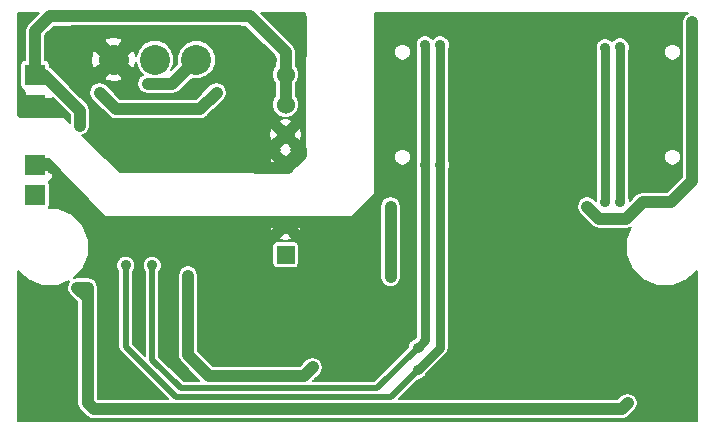
<source format=gbr>
G04 #@! TF.FileFunction,Copper,L2,Bot,Signal*
%FSLAX46Y46*%
G04 Gerber Fmt 4.6, Leading zero omitted, Abs format (unit mm)*
G04 Created by KiCad (PCBNEW 4.1.0-alpha+201607160317+6981~46~ubuntu14.04.1-product) date Mon Jul 18 13:22:33 2016*
%MOMM*%
%LPD*%
G01*
G04 APERTURE LIST*
%ADD10C,0.100000*%
%ADD11R,1.778000X1.778000*%
%ADD12C,2.540000*%
%ADD13C,1.524000*%
%ADD14R,1.524000X1.524000*%
%ADD15C,0.900000*%
%ADD16C,1.016000*%
%ADD17C,0.762000*%
%ADD18C,0.508000*%
%ADD19C,1.524000*%
%ADD20C,0.254000*%
%ADD21C,0.203200*%
G04 APERTURE END LIST*
D10*
D11*
X128905000Y-104775000D03*
X128905000Y-99695000D03*
X128905000Y-97155000D03*
X128905000Y-107315000D03*
D12*
X139065000Y-95885000D03*
X135565000Y-95885000D03*
X142565000Y-95885000D03*
D13*
X150114000Y-99695000D03*
X150114000Y-97155000D03*
X150114000Y-102235000D03*
X150114000Y-104775000D03*
D14*
X150114000Y-112395000D03*
D13*
X150114000Y-109855000D03*
D15*
X184531000Y-92710000D03*
X184531000Y-93599000D03*
X159004004Y-108331000D03*
X184531000Y-106172000D03*
X175640996Y-108331000D03*
X159004000Y-114300000D03*
X132461008Y-115189000D03*
X178435000Y-94809322D03*
X178435000Y-107950000D03*
X179070000Y-124968004D03*
X133350000Y-124968000D03*
X133350000Y-123825006D03*
X133350000Y-122682002D03*
X151892014Y-109601000D03*
X156210000Y-111125000D03*
X157480000Y-112395000D03*
X157480000Y-111125000D03*
X157480000Y-109855000D03*
X160020000Y-99695000D03*
X138430000Y-123825000D03*
X135890000Y-123825000D03*
X135890000Y-122682000D03*
X175895000Y-113665000D03*
X175895000Y-112395000D03*
X175895000Y-111125000D03*
X161290000Y-123825000D03*
X163830000Y-123825000D03*
X166370000Y-123825000D03*
X168910000Y-123825000D03*
X171450000Y-123825000D03*
X173990000Y-123825000D03*
X176530000Y-123825000D03*
X176530000Y-121920000D03*
X181610000Y-125730000D03*
X182880000Y-125730000D03*
X184150000Y-125730000D03*
X181610000Y-118110000D03*
X182880000Y-120015000D03*
X182880000Y-116205000D03*
X184150000Y-118110000D03*
X182880000Y-118110000D03*
X184150000Y-120015000D03*
X184150000Y-116205000D03*
X181610000Y-116205000D03*
X181610000Y-120015000D03*
X166370000Y-120015000D03*
X168910000Y-120015000D03*
X171450000Y-120015000D03*
X173990000Y-120015000D03*
X176530000Y-120015000D03*
X166370000Y-116205000D03*
X168910000Y-116261310D03*
X176530000Y-116205000D03*
X173990000Y-116205000D03*
X171450000Y-116205000D03*
X179705000Y-99695000D03*
X175895000Y-95250000D03*
X173990000Y-95250000D03*
X172085000Y-95250000D03*
X170180000Y-95250000D03*
X168275000Y-95250000D03*
X166370000Y-95250000D03*
X164465000Y-95250000D03*
X175895000Y-99695000D03*
X173990000Y-99695000D03*
X172085000Y-99695000D03*
X170180000Y-99695000D03*
X168275000Y-99695000D03*
X164465000Y-99695000D03*
X166370000Y-99695000D03*
X158115000Y-106045000D03*
X158115000Y-104775000D03*
X158115000Y-103505000D03*
X158115000Y-102235000D03*
X158115000Y-100965000D03*
X158115000Y-99695000D03*
X158115000Y-98425000D03*
X158115000Y-97155000D03*
X158115000Y-95885000D03*
X158115000Y-92710000D03*
X158115000Y-93725998D03*
X158115000Y-94869000D03*
X153670000Y-109601000D03*
X154940000Y-109601000D03*
X156083000Y-109601000D03*
X156845000Y-108839000D03*
X157480000Y-108077000D03*
X158115000Y-107315000D03*
X181610000Y-104140000D03*
X179705000Y-104140000D03*
X175895000Y-104140000D03*
X173990000Y-104140000D03*
X170180000Y-104140000D03*
X166370000Y-104140000D03*
X164465000Y-104140000D03*
X168275000Y-104140000D03*
X172085000Y-104140000D03*
X130302000Y-105156006D03*
X135255000Y-109601000D03*
X131191000Y-106045000D03*
X132080000Y-106934000D03*
X133096000Y-107950000D03*
X133985000Y-108839000D03*
X136525000Y-109601000D03*
X137795000Y-109601000D03*
X139065000Y-109601000D03*
X140335000Y-109601000D03*
X141605000Y-109601000D03*
X142875000Y-109601000D03*
X144145000Y-109601000D03*
X145415000Y-109601000D03*
X146685000Y-109601000D03*
X147955000Y-109601000D03*
X130175000Y-126111000D03*
X130175000Y-125095000D03*
X128270000Y-126111000D03*
X128270000Y-125095000D03*
X130175000Y-121285000D03*
X130175000Y-120015000D03*
X130175000Y-118745000D03*
X130175000Y-117475000D03*
X130175000Y-116205000D03*
X128270000Y-121285000D03*
X128270000Y-120015000D03*
X128270000Y-118745000D03*
X128270000Y-117475000D03*
X128270000Y-116205000D03*
X168275000Y-109855000D03*
X170180000Y-113665000D03*
X170180000Y-112395000D03*
X170180000Y-111125000D03*
X168275000Y-113665000D03*
X168275000Y-112395000D03*
X168275000Y-111125000D03*
X164465000Y-113665000D03*
X164465000Y-112395000D03*
X164465000Y-111125000D03*
X166370000Y-113665000D03*
X166370000Y-112395000D03*
X166370000Y-111125000D03*
X174625000Y-109855000D03*
X173355000Y-109855000D03*
X164465000Y-109855000D03*
X166370000Y-109855000D03*
X170180000Y-109855000D03*
X153670000Y-115569998D03*
X153670000Y-113792000D03*
X171831000Y-109855000D03*
X138430000Y-97917000D03*
X141859000Y-114173000D03*
X152400000Y-121943684D03*
X177165006Y-94869000D03*
X177165000Y-107950000D03*
X143636994Y-122682000D03*
X136581332Y-113284000D03*
X163195000Y-104775000D03*
X163195000Y-94615000D03*
X161290000Y-122174000D03*
X138811000Y-113284000D03*
X161925000Y-104775006D03*
X161925000Y-94615000D03*
X161290000Y-120269006D03*
X143199674Y-102870000D03*
X151384016Y-103505000D03*
X151384000Y-100964994D03*
X150368000Y-92329000D03*
X150368000Y-93599000D03*
X151384006Y-92329000D03*
X151384000Y-93599000D03*
X151384003Y-95503997D03*
X151384000Y-98298000D03*
X148717000Y-105029000D03*
X147574000Y-105029000D03*
X148844000Y-95885000D03*
X146939000Y-97282000D03*
X143213108Y-101845419D03*
X130454400Y-95910400D03*
X130454400Y-95097600D03*
X149098000Y-92329004D03*
X136271000Y-105029000D03*
X140843000Y-93472000D03*
X134365992Y-98679000D03*
X144272000Y-98679000D03*
X132715000Y-101473000D03*
D16*
X184531000Y-92710000D02*
X184531000Y-93599000D01*
X184531000Y-93726000D02*
X184531000Y-93599000D01*
X184531000Y-106172000D02*
X184531000Y-104013000D01*
X184531000Y-104013000D02*
X184531000Y-93726000D01*
X159004000Y-108331004D02*
X159004004Y-108331000D01*
X159004000Y-114300000D02*
X159004000Y-108331004D01*
X184531000Y-106172000D02*
X182753000Y-107950000D01*
X182753000Y-107950000D02*
X180340000Y-107950000D01*
X178943000Y-109347000D02*
X176656996Y-109347000D01*
X176090995Y-108780999D02*
X175640996Y-108331000D01*
X180340000Y-107950000D02*
X178943000Y-109347000D01*
X176656996Y-109347000D02*
X176090995Y-108780999D01*
X133350000Y-122682002D02*
X133350000Y-116078000D01*
X133350000Y-116078000D02*
X133350000Y-115189000D01*
X132461008Y-115189000D02*
X133350000Y-116077992D01*
X133350000Y-116077992D02*
X133350000Y-116078000D01*
X133350000Y-115189000D02*
X132461008Y-115189000D01*
X133350000Y-115316000D02*
X133350000Y-115189000D01*
D17*
X178435000Y-107950000D02*
X178435000Y-94809322D01*
D16*
X178562004Y-125476000D02*
X179070000Y-124968004D01*
X133858000Y-125476000D02*
X178562004Y-125476000D01*
X133350000Y-124968000D02*
X133858000Y-125476000D01*
X133350000Y-124968000D02*
X133350000Y-123825000D01*
X133350000Y-122682002D02*
X133350000Y-123825000D01*
X133350000Y-123825000D02*
X133350000Y-123825006D01*
X147955000Y-109601000D02*
X149478996Y-109601000D01*
X149478996Y-109601000D02*
X151892014Y-109601000D01*
X150114000Y-109855000D02*
X150368000Y-109601000D01*
X150368000Y-109601000D02*
X151892014Y-109601000D01*
D18*
X135440001Y-110685999D02*
X135440001Y-122232001D01*
X135440001Y-122232001D02*
X135890000Y-122682000D01*
X136525000Y-109601000D02*
X135440001Y-110685999D01*
X150114000Y-109855000D02*
X153670000Y-109855000D01*
X153670000Y-109855000D02*
X153670000Y-113155604D01*
X153670000Y-113155604D02*
X153670000Y-113792000D01*
X135890000Y-123825000D02*
X138430000Y-123825000D01*
D16*
X163830000Y-123825000D02*
X161290000Y-123825000D01*
X166370000Y-123825000D02*
X163830000Y-123825000D01*
X168910000Y-123825000D02*
X166370000Y-123825000D01*
X171450000Y-123825000D02*
X168910000Y-123825000D01*
X173990000Y-123825000D02*
X171450000Y-123825000D01*
X176530000Y-123825000D02*
X173990000Y-123825000D01*
X182880000Y-125730000D02*
X181610000Y-125730000D01*
X184150000Y-125730000D02*
X182880000Y-125730000D01*
X184150000Y-120015000D02*
X184150000Y-125730000D01*
X182880000Y-118110000D02*
X181610000Y-118110000D01*
X181610000Y-120015000D02*
X182880000Y-120015000D01*
X182880000Y-120015000D02*
X184150000Y-120015000D01*
X182880000Y-118110000D02*
X182880000Y-120015000D01*
X181610000Y-116205000D02*
X182880000Y-116205000D01*
X182880000Y-116205000D02*
X184150000Y-116205000D01*
X182880000Y-118110000D02*
X182880000Y-116205000D01*
X182880000Y-117475000D02*
X182880000Y-118110000D01*
X184150000Y-116205000D02*
X182880000Y-117475000D01*
X176530000Y-116205000D02*
X181610000Y-116205000D01*
X176530000Y-120015000D02*
X181610000Y-120015000D01*
X168910000Y-120015000D02*
X166370000Y-120015000D01*
X171450000Y-120015000D02*
X168910000Y-120015000D01*
X173990000Y-120015000D02*
X171450000Y-120015000D01*
X176530000Y-120015000D02*
X173990000Y-120015000D01*
X176530000Y-116205000D02*
X176530000Y-120015000D01*
X168910000Y-116261310D02*
X166426310Y-116261310D01*
X166426310Y-116261310D02*
X166370000Y-116205000D01*
X171450000Y-116205000D02*
X168966310Y-116205000D01*
X168966310Y-116205000D02*
X168910000Y-116261310D01*
X173990000Y-116205000D02*
X176530000Y-116205000D01*
X171450000Y-116205000D02*
X173990000Y-116205000D01*
X171450000Y-114935000D02*
X171450000Y-116205000D01*
X170180000Y-113665000D02*
X171450000Y-114935000D01*
X179705000Y-104140000D02*
X179705000Y-99695000D01*
X173990000Y-95250000D02*
X175895000Y-95250000D01*
X172085000Y-95250000D02*
X173990000Y-95250000D01*
X170180000Y-95250000D02*
X172085000Y-95250000D01*
X168275000Y-95250000D02*
X170180000Y-95250000D01*
X166370000Y-95250000D02*
X168275000Y-95250000D01*
X164465000Y-95250000D02*
X166370000Y-95250000D01*
X164465000Y-99695000D02*
X164465000Y-95250000D01*
X173990000Y-99695000D02*
X175895000Y-99695000D01*
X172085000Y-99695000D02*
X173990000Y-99695000D01*
X170180000Y-99695000D02*
X172085000Y-99695000D01*
X168275000Y-99695000D02*
X170180000Y-99695000D01*
X166370000Y-99695000D02*
X168275000Y-99695000D01*
X166370000Y-99695000D02*
X164465000Y-99695000D01*
X166370000Y-104140000D02*
X166370000Y-99695000D01*
X150368000Y-109601000D02*
X153670000Y-109601000D01*
X153670000Y-109601000D02*
X154940000Y-109601000D01*
X154940000Y-109601000D02*
X156083000Y-109601000D01*
X164465000Y-104140000D02*
X166370000Y-104140000D01*
X171831000Y-104394000D02*
X172085000Y-104140000D01*
X171831000Y-109855000D02*
X171831000Y-104394000D01*
D17*
X130175000Y-120015000D02*
X130175000Y-121285000D01*
X128270000Y-120015000D02*
X128270000Y-121285000D01*
X128270000Y-118745000D02*
X128270000Y-120015000D01*
X128270000Y-117475000D02*
X128270000Y-118745000D01*
X128270000Y-116205000D02*
X128270000Y-117475000D01*
D19*
X170180000Y-112395000D02*
X170180000Y-113665000D01*
X170180000Y-109855000D02*
X170180000Y-111125000D01*
X166370000Y-111125000D02*
X166370000Y-112395000D01*
X173355000Y-109855000D02*
X174625000Y-109855000D01*
D16*
X140533000Y-97917000D02*
X139066396Y-97917000D01*
X142565000Y-95885000D02*
X140533000Y-97917000D01*
X139066396Y-97917000D02*
X138430000Y-97917000D01*
X143636994Y-122682000D02*
X143636994Y-122681994D01*
X143636994Y-122681994D02*
X141859000Y-120904000D01*
X141859000Y-120904000D02*
X141859000Y-114173000D01*
X151661684Y-122682000D02*
X151950001Y-122393683D01*
X151950001Y-122393683D02*
X152400000Y-121943684D01*
X143636994Y-122682000D02*
X151661684Y-122682000D01*
D17*
X177165000Y-94869006D02*
X177165006Y-94869000D01*
X177165000Y-107950000D02*
X177165000Y-94869006D01*
D18*
X136581332Y-120198332D02*
X136581332Y-113920396D01*
X136581332Y-113920396D02*
X136581332Y-113284000D01*
X159004000Y-124460000D02*
X140843000Y-124460000D01*
X161290000Y-122174000D02*
X159004000Y-124460000D01*
X140843000Y-124460000D02*
X136581332Y-120198332D01*
D17*
X163195000Y-105411396D02*
X163195000Y-104775000D01*
X163195000Y-120269000D02*
X163195000Y-105411396D01*
X161290000Y-122174000D02*
X163195000Y-120269000D01*
X163195000Y-103503604D02*
X163195000Y-104775000D01*
X163195000Y-94615000D02*
X163195000Y-104775000D01*
D18*
X138811000Y-113920396D02*
X138811000Y-113284000D01*
X138811000Y-121285000D02*
X138811000Y-113920396D01*
X141224000Y-123698000D02*
X138811000Y-121285000D01*
X157861006Y-123698000D02*
X141224000Y-123698000D01*
X161290000Y-120269006D02*
X157861006Y-123698000D01*
D17*
X161925000Y-105411402D02*
X161925000Y-104775006D01*
X161925000Y-119634006D02*
X161925000Y-105411402D01*
X161925000Y-94615000D02*
X161925000Y-104775006D01*
X161290000Y-120269006D02*
X161925000Y-119634006D01*
X161925000Y-119634000D02*
X161925000Y-104775006D01*
D16*
X137978000Y-93472000D02*
X135565000Y-95885000D01*
X130454400Y-95910400D02*
X130454400Y-95097600D01*
X135565000Y-95885000D02*
X134295000Y-97155000D01*
X134295000Y-97155000D02*
X131699000Y-97155000D01*
X131699000Y-97155000D02*
X130454400Y-95910400D01*
D18*
X150114000Y-104775000D02*
X150114000Y-105283000D01*
X150114000Y-105283000D02*
X150368000Y-105283000D01*
X150368000Y-105283000D02*
X151003000Y-104648000D01*
X151384016Y-103505000D02*
X151638000Y-103758984D01*
X151638000Y-103758984D02*
X151638000Y-104013000D01*
X151638000Y-104013000D02*
X150876000Y-104775000D01*
D17*
X151384000Y-103505000D02*
X151384016Y-103505000D01*
D16*
X150368000Y-93599000D02*
X151384003Y-94615003D01*
X151384003Y-94615003D02*
X151384003Y-95503997D01*
X150368000Y-93599000D02*
X150367996Y-93599000D01*
X150367996Y-93599000D02*
X149098000Y-92329004D01*
X150368000Y-93599000D02*
X150368000Y-92329000D01*
X151384000Y-93599000D02*
X150368000Y-93599000D01*
X151384000Y-93599000D02*
X151384000Y-95503994D01*
X151384000Y-95503994D02*
X151384003Y-95503997D01*
X151384006Y-92329000D02*
X151384006Y-93598994D01*
X151384006Y-93598994D02*
X151384000Y-93599000D01*
X151004396Y-92329000D02*
X150368000Y-92329000D01*
X151383998Y-92329000D02*
X151004396Y-92329000D01*
X151384000Y-92329002D02*
X151383998Y-92329000D01*
X149731604Y-92329000D02*
X150368000Y-92329000D01*
X149098004Y-92329000D02*
X149731604Y-92329000D01*
D18*
X151384004Y-92329002D02*
X151384006Y-92329000D01*
X151384000Y-92329002D02*
X151384004Y-92329002D01*
X151384000Y-93599000D02*
X151384000Y-92329002D01*
X151384003Y-93599003D02*
X151384000Y-93599000D01*
X151384003Y-95503997D02*
X151384003Y-93599003D01*
D16*
X150114000Y-104775000D02*
X151384000Y-103505000D01*
D17*
X150114000Y-102235000D02*
X151384000Y-103505000D01*
D16*
X147574000Y-97155000D02*
X147574000Y-103632000D01*
X147574000Y-103632000D02*
X147574000Y-104392604D01*
X148717000Y-105029000D02*
X147574000Y-103886000D01*
X147574000Y-103886000D02*
X147574000Y-103632000D01*
X146939000Y-97282000D02*
X146939000Y-104394000D01*
X146939000Y-104394000D02*
X147574000Y-105029000D01*
X146177000Y-93472000D02*
X146939000Y-94234000D01*
X146939000Y-94234000D02*
X147574000Y-94869000D01*
X146939000Y-96645604D02*
X146939000Y-94234000D01*
X146939000Y-97282000D02*
X146939000Y-96645604D01*
X148844000Y-95885000D02*
X147574000Y-97155000D01*
X147574000Y-95885000D02*
X148336000Y-95885000D01*
X148336000Y-95885000D02*
X148844000Y-95885000D01*
X147574000Y-94869000D02*
X148336000Y-95631000D01*
X148336000Y-95631000D02*
X148336000Y-95885000D01*
X147574000Y-95885000D02*
X147574000Y-97155000D01*
X147574000Y-94869000D02*
X147574000Y-95885000D01*
X147574000Y-97155000D02*
X147447000Y-97282000D01*
X147447000Y-97282000D02*
X146939000Y-97282000D01*
X148717000Y-105029000D02*
X149860000Y-105029000D01*
X140843000Y-93472000D02*
X146177000Y-93472000D01*
X147574000Y-104392604D02*
X147574000Y-105029000D01*
X149860000Y-105029000D02*
X147574000Y-105029000D01*
X130949677Y-94673001D02*
X130499678Y-95123000D01*
X132150680Y-93472000D02*
X130949677Y-94673001D01*
X137978000Y-93472000D02*
X132150680Y-93472000D01*
D18*
X149098004Y-92329000D02*
X149098000Y-92329004D01*
D16*
X150114000Y-104775000D02*
X149860000Y-105029000D01*
D18*
X128905000Y-99695000D02*
X129540000Y-100330000D01*
X129540000Y-100330000D02*
X131318000Y-100330000D01*
X131318000Y-100330000D02*
X131318000Y-100584000D01*
X127889000Y-100076000D02*
X127889000Y-100584000D01*
X127889000Y-100584000D02*
X127889000Y-100457000D01*
X127889000Y-100457000D02*
X127889000Y-100584000D01*
X127889000Y-98679000D02*
X127889000Y-100076000D01*
X127635000Y-98425000D02*
X127889000Y-98679000D01*
X128905000Y-100584000D02*
X127889000Y-100584000D01*
X127889000Y-100584000D02*
X127635000Y-100584000D01*
X127635000Y-100584000D02*
X127635000Y-98425000D01*
X128905000Y-99695000D02*
X128905000Y-100584000D01*
D20*
X127635000Y-98425000D02*
X127508000Y-98298000D01*
D18*
X128905000Y-99695000D02*
X128905000Y-100584000D01*
X128905000Y-100584000D02*
X131318000Y-100584000D01*
X131318000Y-100584000D02*
X131572000Y-100584000D01*
D20*
X127508000Y-98298000D02*
X127508000Y-94996000D01*
X127508000Y-94996000D02*
X127889000Y-94615000D01*
X127889000Y-94615000D02*
X127889000Y-93091000D01*
D16*
X140843000Y-93472000D02*
X137978000Y-93472000D01*
D18*
X140843000Y-93472000D02*
X140843000Y-93472000D01*
D16*
X144272000Y-98679000D02*
X142875000Y-100076000D01*
X134366000Y-98679000D02*
X134365992Y-98679000D01*
X142875000Y-100076000D02*
X135763000Y-100076000D01*
X135763000Y-100076000D02*
X134366000Y-98679000D01*
X150114000Y-97155000D02*
X150114000Y-95248498D01*
X150114000Y-95248498D02*
X147080191Y-92214689D01*
X147080191Y-92214689D02*
X130162311Y-92214689D01*
X130162311Y-92214689D02*
X128905000Y-93472000D01*
X128905000Y-93472000D02*
X128905000Y-97155000D01*
X128905000Y-97155000D02*
X129667004Y-97155000D01*
X129667004Y-97155000D02*
X132715000Y-100202996D01*
X132715000Y-100202996D02*
X132715000Y-101473000D01*
X150114000Y-97155000D02*
X150114000Y-99695000D01*
D21*
G36*
X183920343Y-92099343D02*
X183733138Y-92379515D01*
X183667400Y-92710000D01*
X183667400Y-105814285D01*
X182395286Y-107086400D01*
X180340000Y-107086400D01*
X180064345Y-107141231D01*
X180009514Y-107152138D01*
X179729342Y-107339343D01*
X179240707Y-107827978D01*
X179240740Y-107790459D01*
X179171600Y-107623128D01*
X179171600Y-104279737D01*
X182174277Y-104279737D01*
X182281472Y-104539168D01*
X182479788Y-104737830D01*
X182739032Y-104845478D01*
X183019737Y-104845723D01*
X183279168Y-104738528D01*
X183477830Y-104540212D01*
X183585478Y-104280968D01*
X183585723Y-104000263D01*
X183478528Y-103740832D01*
X183280212Y-103542170D01*
X183020968Y-103434522D01*
X182740263Y-103434277D01*
X182480832Y-103541472D01*
X182282170Y-103739788D01*
X182174522Y-103999032D01*
X182174277Y-104279737D01*
X179171600Y-104279737D01*
X179171600Y-95389737D01*
X182174277Y-95389737D01*
X182281472Y-95649168D01*
X182479788Y-95847830D01*
X182739032Y-95955478D01*
X183019737Y-95955723D01*
X183279168Y-95848528D01*
X183477830Y-95650212D01*
X183585478Y-95390968D01*
X183585723Y-95110263D01*
X183478528Y-94850832D01*
X183280212Y-94652170D01*
X183020968Y-94544522D01*
X182740263Y-94544277D01*
X182480832Y-94651472D01*
X182282170Y-94849788D01*
X182174522Y-95109032D01*
X182174277Y-95389737D01*
X179171600Y-95389737D01*
X179171600Y-95136103D01*
X179240460Y-94970269D01*
X179240740Y-94649781D01*
X179118353Y-94353582D01*
X178891932Y-94126765D01*
X178595947Y-94003862D01*
X178275459Y-94003582D01*
X177979260Y-94125969D01*
X177770050Y-94334814D01*
X177621938Y-94186443D01*
X177325953Y-94063540D01*
X177005465Y-94063260D01*
X176709266Y-94185647D01*
X176482449Y-94412068D01*
X176359546Y-94708053D01*
X176359266Y-95028541D01*
X176428400Y-95195858D01*
X176428400Y-107623219D01*
X176359540Y-107789053D01*
X176359506Y-107828196D01*
X176251653Y-107720343D01*
X175971481Y-107533138D01*
X175640996Y-107467401D01*
X175310511Y-107533138D01*
X175030339Y-107720343D01*
X174843134Y-108000515D01*
X174777397Y-108331000D01*
X174843134Y-108661485D01*
X175030339Y-108941657D01*
X175480338Y-109391657D01*
X175480341Y-109391659D01*
X176046338Y-109957657D01*
X176326510Y-110144862D01*
X176381341Y-110155769D01*
X176656996Y-110210600D01*
X178943000Y-110210600D01*
X179273485Y-110144862D01*
X179366572Y-110082663D01*
X178943975Y-111100390D01*
X178942828Y-112413848D01*
X179444408Y-113627763D01*
X180372352Y-114557328D01*
X181585390Y-115061025D01*
X182898848Y-115062172D01*
X184112763Y-114560592D01*
X184937400Y-113737393D01*
X184937400Y-126517400D01*
X127482600Y-126517400D01*
X127482600Y-113736144D01*
X128302352Y-114557328D01*
X129515390Y-115061025D01*
X130828848Y-115062172D01*
X131793353Y-114663646D01*
X131663146Y-114858515D01*
X131597408Y-115189000D01*
X131629143Y-115348541D01*
X131663146Y-115519485D01*
X131850351Y-115799657D01*
X132486400Y-116435707D01*
X132486400Y-124968000D01*
X132552138Y-125298485D01*
X132739343Y-125578657D01*
X133247342Y-126086657D01*
X133434547Y-126211743D01*
X133527515Y-126273862D01*
X133858000Y-126339600D01*
X178562004Y-126339600D01*
X178892489Y-126273862D01*
X179172661Y-126086657D01*
X179680658Y-125578661D01*
X179867862Y-125298489D01*
X179933600Y-124968004D01*
X179867862Y-124637518D01*
X179680658Y-124357346D01*
X179400486Y-124170142D01*
X179070000Y-124104404D01*
X178739515Y-124170142D01*
X178459343Y-124357346D01*
X178204290Y-124612400D01*
X159713704Y-124612400D01*
X161346454Y-122979650D01*
X161449541Y-122979740D01*
X161745740Y-122857353D01*
X161972557Y-122630932D01*
X162041988Y-122463722D01*
X163715855Y-120789855D01*
X163758563Y-120725938D01*
X163875530Y-120550885D01*
X163931600Y-120269000D01*
X163931600Y-105101781D01*
X164000460Y-104935947D01*
X164000740Y-104615459D01*
X163931600Y-104448128D01*
X163931600Y-94941781D01*
X164000460Y-94775947D01*
X164000740Y-94455459D01*
X163878353Y-94159260D01*
X163651932Y-93932443D01*
X163355947Y-93809540D01*
X163035459Y-93809260D01*
X162739260Y-93931647D01*
X162559886Y-94110708D01*
X162381932Y-93932443D01*
X162085947Y-93809540D01*
X161765459Y-93809260D01*
X161469260Y-93931647D01*
X161242443Y-94158068D01*
X161119540Y-94454053D01*
X161119260Y-94774541D01*
X161188400Y-94941872D01*
X161188400Y-104448225D01*
X161119540Y-104614059D01*
X161119260Y-104934547D01*
X161188400Y-105101878D01*
X161188400Y-119328896D01*
X161000214Y-119517082D01*
X160834260Y-119585653D01*
X160607443Y-119812074D01*
X160484540Y-120108059D01*
X160484449Y-120212453D01*
X157608502Y-123088400D01*
X152476599Y-123088400D01*
X152560659Y-123004340D01*
X152560661Y-123004337D01*
X153010658Y-122554341D01*
X153197862Y-122274169D01*
X153263600Y-121943684D01*
X153197862Y-121613198D01*
X153010658Y-121333026D01*
X152730486Y-121145822D01*
X152400000Y-121080084D01*
X152069515Y-121145822D01*
X151789343Y-121333026D01*
X151339347Y-121783023D01*
X151339344Y-121783025D01*
X151303969Y-121818400D01*
X143994715Y-121818400D01*
X142722600Y-120546286D01*
X142722600Y-114173000D01*
X142656862Y-113842515D01*
X142469657Y-113562343D01*
X142189485Y-113375138D01*
X141859000Y-113309400D01*
X141528515Y-113375138D01*
X141248343Y-113562343D01*
X141061138Y-113842515D01*
X140995400Y-114173000D01*
X140995400Y-120904000D01*
X141043502Y-121145822D01*
X141061138Y-121234485D01*
X141248343Y-121514657D01*
X142822085Y-123088400D01*
X141476505Y-123088400D01*
X139420600Y-121032496D01*
X139420600Y-113813762D01*
X139493557Y-113740932D01*
X139616460Y-113444947D01*
X139616740Y-113124459D01*
X139494353Y-112828260D01*
X139267932Y-112601443D01*
X138971947Y-112478540D01*
X138651459Y-112478260D01*
X138355260Y-112600647D01*
X138128443Y-112827068D01*
X138005540Y-113123053D01*
X138005260Y-113443541D01*
X138127647Y-113739740D01*
X138201400Y-113813622D01*
X138201400Y-120956296D01*
X137190932Y-119945828D01*
X137190932Y-113813762D01*
X137263889Y-113740932D01*
X137386792Y-113444947D01*
X137387072Y-113124459D01*
X137264685Y-112828260D01*
X137038264Y-112601443D01*
X136742279Y-112478540D01*
X136421791Y-112478260D01*
X136125592Y-112600647D01*
X135898775Y-112827068D01*
X135775872Y-113123053D01*
X135775592Y-113443541D01*
X135897979Y-113739740D01*
X135971732Y-113813622D01*
X135971732Y-120198332D01*
X136018135Y-120431616D01*
X136150280Y-120629384D01*
X140133295Y-124612400D01*
X134215715Y-124612400D01*
X134213600Y-124610286D01*
X134213600Y-115189000D01*
X134147862Y-114858515D01*
X133960657Y-114578343D01*
X133680485Y-114391138D01*
X133350000Y-114325400D01*
X132461008Y-114325400D01*
X132232916Y-114370771D01*
X132972328Y-113632648D01*
X133476025Y-112419610D01*
X133476711Y-111633000D01*
X148989434Y-111633000D01*
X148989434Y-113157000D01*
X149017033Y-113295748D01*
X149095627Y-113413373D01*
X149213252Y-113491967D01*
X149352000Y-113519566D01*
X150876000Y-113519566D01*
X151014748Y-113491967D01*
X151132373Y-113413373D01*
X151210967Y-113295748D01*
X151238566Y-113157000D01*
X151238566Y-111633000D01*
X151210967Y-111494252D01*
X151132373Y-111376627D01*
X151014748Y-111298033D01*
X150876000Y-111270434D01*
X149352000Y-111270434D01*
X149213252Y-111298033D01*
X149095627Y-111376627D01*
X149017033Y-111494252D01*
X148989434Y-111633000D01*
X133476711Y-111633000D01*
X133477172Y-111106152D01*
X133418154Y-110963316D01*
X149544500Y-110963316D01*
X149631329Y-111167536D01*
X150170356Y-111252336D01*
X150596671Y-111167536D01*
X150683500Y-110963316D01*
X150114000Y-110393815D01*
X149544500Y-110963316D01*
X133418154Y-110963316D01*
X132975592Y-109892237D01*
X132047648Y-108962672D01*
X130834610Y-108458975D01*
X130051764Y-108458291D01*
X130128967Y-108342748D01*
X130156566Y-108204000D01*
X130156566Y-106426000D01*
X130128967Y-106287252D01*
X130075496Y-106207227D01*
X130139311Y-106180794D01*
X130310794Y-106009311D01*
X130403600Y-105785257D01*
X130403600Y-105371900D01*
X130251200Y-105219500D01*
X129349500Y-105219500D01*
X129349500Y-105328400D01*
X128460500Y-105328400D01*
X128460500Y-105219500D01*
X128351600Y-105219500D01*
X128351600Y-104330500D01*
X128460500Y-104330500D01*
X128460500Y-104221600D01*
X129349500Y-104221600D01*
X129349500Y-104330500D01*
X130085716Y-104330500D01*
X134801277Y-109163950D01*
X134833964Y-109186379D01*
X134874000Y-109194600D01*
X148799478Y-109194600D01*
X148749367Y-109244711D01*
X148854455Y-109349799D01*
X148801464Y-109372329D01*
X148716664Y-109911356D01*
X148801464Y-110337671D01*
X149005684Y-110424500D01*
X149575185Y-109855000D01*
X149453279Y-109733095D01*
X149991774Y-109194600D01*
X149992415Y-109194600D01*
X150114000Y-109316185D01*
X150235585Y-109194600D01*
X150236226Y-109194600D01*
X150774721Y-109733095D01*
X150652815Y-109855000D01*
X151222316Y-110424500D01*
X151426536Y-110337671D01*
X151511336Y-109798644D01*
X151426536Y-109372329D01*
X151373545Y-109349799D01*
X151478633Y-109244711D01*
X151428522Y-109194600D01*
X155702000Y-109194600D01*
X155740881Y-109186866D01*
X155773842Y-109164842D01*
X156607680Y-108331004D01*
X158140400Y-108331004D01*
X158140400Y-114300000D01*
X158206138Y-114630485D01*
X158393343Y-114910657D01*
X158673515Y-115097862D01*
X159004000Y-115163600D01*
X159334485Y-115097862D01*
X159614657Y-114910657D01*
X159801862Y-114630485D01*
X159867600Y-114300000D01*
X159867600Y-108331020D01*
X159867604Y-108331000D01*
X159801866Y-108000514D01*
X159614662Y-107720342D01*
X159334490Y-107533138D01*
X159004004Y-107467400D01*
X158673519Y-107533138D01*
X158393347Y-107720342D01*
X158393343Y-107720347D01*
X158206138Y-108000519D01*
X158140400Y-108331004D01*
X156607680Y-108331004D01*
X157678842Y-107259842D01*
X157700866Y-107226881D01*
X157708600Y-107188000D01*
X157708600Y-104279737D01*
X159314277Y-104279737D01*
X159421472Y-104539168D01*
X159619788Y-104737830D01*
X159879032Y-104845478D01*
X160159737Y-104845723D01*
X160419168Y-104738528D01*
X160617830Y-104540212D01*
X160725478Y-104280968D01*
X160725723Y-104000263D01*
X160618528Y-103740832D01*
X160420212Y-103542170D01*
X160160968Y-103434522D01*
X159880263Y-103434277D01*
X159620832Y-103541472D01*
X159422170Y-103739788D01*
X159314522Y-103999032D01*
X159314277Y-104279737D01*
X157708600Y-104279737D01*
X157708600Y-95389737D01*
X159314277Y-95389737D01*
X159421472Y-95649168D01*
X159619788Y-95847830D01*
X159879032Y-95955478D01*
X160159737Y-95955723D01*
X160419168Y-95848528D01*
X160617830Y-95650212D01*
X160725478Y-95390968D01*
X160725723Y-95110263D01*
X160618528Y-94850832D01*
X160420212Y-94652170D01*
X160160968Y-94544522D01*
X159880263Y-94544277D01*
X159620832Y-94651472D01*
X159422170Y-94849788D01*
X159314522Y-95109032D01*
X159314277Y-95389737D01*
X157708600Y-95389737D01*
X157708600Y-91922600D01*
X184184858Y-91922600D01*
X183920343Y-92099343D01*
X183920343Y-92099343D01*
G37*
X183920343Y-92099343D02*
X183733138Y-92379515D01*
X183667400Y-92710000D01*
X183667400Y-105814285D01*
X182395286Y-107086400D01*
X180340000Y-107086400D01*
X180064345Y-107141231D01*
X180009514Y-107152138D01*
X179729342Y-107339343D01*
X179240707Y-107827978D01*
X179240740Y-107790459D01*
X179171600Y-107623128D01*
X179171600Y-104279737D01*
X182174277Y-104279737D01*
X182281472Y-104539168D01*
X182479788Y-104737830D01*
X182739032Y-104845478D01*
X183019737Y-104845723D01*
X183279168Y-104738528D01*
X183477830Y-104540212D01*
X183585478Y-104280968D01*
X183585723Y-104000263D01*
X183478528Y-103740832D01*
X183280212Y-103542170D01*
X183020968Y-103434522D01*
X182740263Y-103434277D01*
X182480832Y-103541472D01*
X182282170Y-103739788D01*
X182174522Y-103999032D01*
X182174277Y-104279737D01*
X179171600Y-104279737D01*
X179171600Y-95389737D01*
X182174277Y-95389737D01*
X182281472Y-95649168D01*
X182479788Y-95847830D01*
X182739032Y-95955478D01*
X183019737Y-95955723D01*
X183279168Y-95848528D01*
X183477830Y-95650212D01*
X183585478Y-95390968D01*
X183585723Y-95110263D01*
X183478528Y-94850832D01*
X183280212Y-94652170D01*
X183020968Y-94544522D01*
X182740263Y-94544277D01*
X182480832Y-94651472D01*
X182282170Y-94849788D01*
X182174522Y-95109032D01*
X182174277Y-95389737D01*
X179171600Y-95389737D01*
X179171600Y-95136103D01*
X179240460Y-94970269D01*
X179240740Y-94649781D01*
X179118353Y-94353582D01*
X178891932Y-94126765D01*
X178595947Y-94003862D01*
X178275459Y-94003582D01*
X177979260Y-94125969D01*
X177770050Y-94334814D01*
X177621938Y-94186443D01*
X177325953Y-94063540D01*
X177005465Y-94063260D01*
X176709266Y-94185647D01*
X176482449Y-94412068D01*
X176359546Y-94708053D01*
X176359266Y-95028541D01*
X176428400Y-95195858D01*
X176428400Y-107623219D01*
X176359540Y-107789053D01*
X176359506Y-107828196D01*
X176251653Y-107720343D01*
X175971481Y-107533138D01*
X175640996Y-107467401D01*
X175310511Y-107533138D01*
X175030339Y-107720343D01*
X174843134Y-108000515D01*
X174777397Y-108331000D01*
X174843134Y-108661485D01*
X175030339Y-108941657D01*
X175480338Y-109391657D01*
X175480341Y-109391659D01*
X176046338Y-109957657D01*
X176326510Y-110144862D01*
X176381341Y-110155769D01*
X176656996Y-110210600D01*
X178943000Y-110210600D01*
X179273485Y-110144862D01*
X179366572Y-110082663D01*
X178943975Y-111100390D01*
X178942828Y-112413848D01*
X179444408Y-113627763D01*
X180372352Y-114557328D01*
X181585390Y-115061025D01*
X182898848Y-115062172D01*
X184112763Y-114560592D01*
X184937400Y-113737393D01*
X184937400Y-126517400D01*
X127482600Y-126517400D01*
X127482600Y-113736144D01*
X128302352Y-114557328D01*
X129515390Y-115061025D01*
X130828848Y-115062172D01*
X131793353Y-114663646D01*
X131663146Y-114858515D01*
X131597408Y-115189000D01*
X131629143Y-115348541D01*
X131663146Y-115519485D01*
X131850351Y-115799657D01*
X132486400Y-116435707D01*
X132486400Y-124968000D01*
X132552138Y-125298485D01*
X132739343Y-125578657D01*
X133247342Y-126086657D01*
X133434547Y-126211743D01*
X133527515Y-126273862D01*
X133858000Y-126339600D01*
X178562004Y-126339600D01*
X178892489Y-126273862D01*
X179172661Y-126086657D01*
X179680658Y-125578661D01*
X179867862Y-125298489D01*
X179933600Y-124968004D01*
X179867862Y-124637518D01*
X179680658Y-124357346D01*
X179400486Y-124170142D01*
X179070000Y-124104404D01*
X178739515Y-124170142D01*
X178459343Y-124357346D01*
X178204290Y-124612400D01*
X159713704Y-124612400D01*
X161346454Y-122979650D01*
X161449541Y-122979740D01*
X161745740Y-122857353D01*
X161972557Y-122630932D01*
X162041988Y-122463722D01*
X163715855Y-120789855D01*
X163758563Y-120725938D01*
X163875530Y-120550885D01*
X163931600Y-120269000D01*
X163931600Y-105101781D01*
X164000460Y-104935947D01*
X164000740Y-104615459D01*
X163931600Y-104448128D01*
X163931600Y-94941781D01*
X164000460Y-94775947D01*
X164000740Y-94455459D01*
X163878353Y-94159260D01*
X163651932Y-93932443D01*
X163355947Y-93809540D01*
X163035459Y-93809260D01*
X162739260Y-93931647D01*
X162559886Y-94110708D01*
X162381932Y-93932443D01*
X162085947Y-93809540D01*
X161765459Y-93809260D01*
X161469260Y-93931647D01*
X161242443Y-94158068D01*
X161119540Y-94454053D01*
X161119260Y-94774541D01*
X161188400Y-94941872D01*
X161188400Y-104448225D01*
X161119540Y-104614059D01*
X161119260Y-104934547D01*
X161188400Y-105101878D01*
X161188400Y-119328896D01*
X161000214Y-119517082D01*
X160834260Y-119585653D01*
X160607443Y-119812074D01*
X160484540Y-120108059D01*
X160484449Y-120212453D01*
X157608502Y-123088400D01*
X152476599Y-123088400D01*
X152560659Y-123004340D01*
X152560661Y-123004337D01*
X153010658Y-122554341D01*
X153197862Y-122274169D01*
X153263600Y-121943684D01*
X153197862Y-121613198D01*
X153010658Y-121333026D01*
X152730486Y-121145822D01*
X152400000Y-121080084D01*
X152069515Y-121145822D01*
X151789343Y-121333026D01*
X151339347Y-121783023D01*
X151339344Y-121783025D01*
X151303969Y-121818400D01*
X143994715Y-121818400D01*
X142722600Y-120546286D01*
X142722600Y-114173000D01*
X142656862Y-113842515D01*
X142469657Y-113562343D01*
X142189485Y-113375138D01*
X141859000Y-113309400D01*
X141528515Y-113375138D01*
X141248343Y-113562343D01*
X141061138Y-113842515D01*
X140995400Y-114173000D01*
X140995400Y-120904000D01*
X141043502Y-121145822D01*
X141061138Y-121234485D01*
X141248343Y-121514657D01*
X142822085Y-123088400D01*
X141476505Y-123088400D01*
X139420600Y-121032496D01*
X139420600Y-113813762D01*
X139493557Y-113740932D01*
X139616460Y-113444947D01*
X139616740Y-113124459D01*
X139494353Y-112828260D01*
X139267932Y-112601443D01*
X138971947Y-112478540D01*
X138651459Y-112478260D01*
X138355260Y-112600647D01*
X138128443Y-112827068D01*
X138005540Y-113123053D01*
X138005260Y-113443541D01*
X138127647Y-113739740D01*
X138201400Y-113813622D01*
X138201400Y-120956296D01*
X137190932Y-119945828D01*
X137190932Y-113813762D01*
X137263889Y-113740932D01*
X137386792Y-113444947D01*
X137387072Y-113124459D01*
X137264685Y-112828260D01*
X137038264Y-112601443D01*
X136742279Y-112478540D01*
X136421791Y-112478260D01*
X136125592Y-112600647D01*
X135898775Y-112827068D01*
X135775872Y-113123053D01*
X135775592Y-113443541D01*
X135897979Y-113739740D01*
X135971732Y-113813622D01*
X135971732Y-120198332D01*
X136018135Y-120431616D01*
X136150280Y-120629384D01*
X140133295Y-124612400D01*
X134215715Y-124612400D01*
X134213600Y-124610286D01*
X134213600Y-115189000D01*
X134147862Y-114858515D01*
X133960657Y-114578343D01*
X133680485Y-114391138D01*
X133350000Y-114325400D01*
X132461008Y-114325400D01*
X132232916Y-114370771D01*
X132972328Y-113632648D01*
X133476025Y-112419610D01*
X133476711Y-111633000D01*
X148989434Y-111633000D01*
X148989434Y-113157000D01*
X149017033Y-113295748D01*
X149095627Y-113413373D01*
X149213252Y-113491967D01*
X149352000Y-113519566D01*
X150876000Y-113519566D01*
X151014748Y-113491967D01*
X151132373Y-113413373D01*
X151210967Y-113295748D01*
X151238566Y-113157000D01*
X151238566Y-111633000D01*
X151210967Y-111494252D01*
X151132373Y-111376627D01*
X151014748Y-111298033D01*
X150876000Y-111270434D01*
X149352000Y-111270434D01*
X149213252Y-111298033D01*
X149095627Y-111376627D01*
X149017033Y-111494252D01*
X148989434Y-111633000D01*
X133476711Y-111633000D01*
X133477172Y-111106152D01*
X133418154Y-110963316D01*
X149544500Y-110963316D01*
X149631329Y-111167536D01*
X150170356Y-111252336D01*
X150596671Y-111167536D01*
X150683500Y-110963316D01*
X150114000Y-110393815D01*
X149544500Y-110963316D01*
X133418154Y-110963316D01*
X132975592Y-109892237D01*
X132047648Y-108962672D01*
X130834610Y-108458975D01*
X130051764Y-108458291D01*
X130128967Y-108342748D01*
X130156566Y-108204000D01*
X130156566Y-106426000D01*
X130128967Y-106287252D01*
X130075496Y-106207227D01*
X130139311Y-106180794D01*
X130310794Y-106009311D01*
X130403600Y-105785257D01*
X130403600Y-105371900D01*
X130251200Y-105219500D01*
X129349500Y-105219500D01*
X129349500Y-105328400D01*
X128460500Y-105328400D01*
X128460500Y-105219500D01*
X128351600Y-105219500D01*
X128351600Y-104330500D01*
X128460500Y-104330500D01*
X128460500Y-104221600D01*
X129349500Y-104221600D01*
X129349500Y-104330500D01*
X130085716Y-104330500D01*
X134801277Y-109163950D01*
X134833964Y-109186379D01*
X134874000Y-109194600D01*
X148799478Y-109194600D01*
X148749367Y-109244711D01*
X148854455Y-109349799D01*
X148801464Y-109372329D01*
X148716664Y-109911356D01*
X148801464Y-110337671D01*
X149005684Y-110424500D01*
X149575185Y-109855000D01*
X149453279Y-109733095D01*
X149991774Y-109194600D01*
X149992415Y-109194600D01*
X150114000Y-109316185D01*
X150235585Y-109194600D01*
X150236226Y-109194600D01*
X150774721Y-109733095D01*
X150652815Y-109855000D01*
X151222316Y-110424500D01*
X151426536Y-110337671D01*
X151511336Y-109798644D01*
X151426536Y-109372329D01*
X151373545Y-109349799D01*
X151478633Y-109244711D01*
X151428522Y-109194600D01*
X155702000Y-109194600D01*
X155740881Y-109186866D01*
X155773842Y-109164842D01*
X156607680Y-108331004D01*
X158140400Y-108331004D01*
X158140400Y-114300000D01*
X158206138Y-114630485D01*
X158393343Y-114910657D01*
X158673515Y-115097862D01*
X159004000Y-115163600D01*
X159334485Y-115097862D01*
X159614657Y-114910657D01*
X159801862Y-114630485D01*
X159867600Y-114300000D01*
X159867600Y-108331020D01*
X159867604Y-108331000D01*
X159801866Y-108000514D01*
X159614662Y-107720342D01*
X159334490Y-107533138D01*
X159004004Y-107467400D01*
X158673519Y-107533138D01*
X158393347Y-107720342D01*
X158393343Y-107720347D01*
X158206138Y-108000519D01*
X158140400Y-108331004D01*
X156607680Y-108331004D01*
X157678842Y-107259842D01*
X157700866Y-107226881D01*
X157708600Y-107188000D01*
X157708600Y-104279737D01*
X159314277Y-104279737D01*
X159421472Y-104539168D01*
X159619788Y-104737830D01*
X159879032Y-104845478D01*
X160159737Y-104845723D01*
X160419168Y-104738528D01*
X160617830Y-104540212D01*
X160725478Y-104280968D01*
X160725723Y-104000263D01*
X160618528Y-103740832D01*
X160420212Y-103542170D01*
X160160968Y-103434522D01*
X159880263Y-103434277D01*
X159620832Y-103541472D01*
X159422170Y-103739788D01*
X159314522Y-103999032D01*
X159314277Y-104279737D01*
X157708600Y-104279737D01*
X157708600Y-95389737D01*
X159314277Y-95389737D01*
X159421472Y-95649168D01*
X159619788Y-95847830D01*
X159879032Y-95955478D01*
X160159737Y-95955723D01*
X160419168Y-95848528D01*
X160617830Y-95650212D01*
X160725478Y-95390968D01*
X160725723Y-95110263D01*
X160618528Y-94850832D01*
X160420212Y-94652170D01*
X160160968Y-94544522D01*
X159880263Y-94544277D01*
X159620832Y-94651472D01*
X159422170Y-94849788D01*
X159314522Y-95109032D01*
X159314277Y-95389737D01*
X157708600Y-95389737D01*
X157708600Y-91922600D01*
X184184858Y-91922600D01*
X183920343Y-92099343D01*
G36*
X151790400Y-104097916D02*
X151454650Y-104433666D01*
X151426536Y-104292329D01*
X151222316Y-104205500D01*
X150652815Y-104775000D01*
X150774721Y-104896905D01*
X150236226Y-105435400D01*
X150235585Y-105435400D01*
X150114000Y-105313815D01*
X149992415Y-105435400D01*
X149991774Y-105435400D01*
X149453279Y-104896905D01*
X149575185Y-104775000D01*
X149005684Y-104205500D01*
X148801464Y-104292329D01*
X148716664Y-104831356D01*
X148801464Y-105257671D01*
X148854455Y-105280201D01*
X148749367Y-105385289D01*
X148799478Y-105435400D01*
X136059084Y-105435400D01*
X133967000Y-103343316D01*
X149544500Y-103343316D01*
X149613244Y-103505000D01*
X149544500Y-103666684D01*
X150114000Y-104236185D01*
X150683500Y-103666684D01*
X150614756Y-103505000D01*
X150683500Y-103343316D01*
X150114000Y-102773815D01*
X149544500Y-103343316D01*
X133967000Y-103343316D01*
X132919589Y-102295905D01*
X132942457Y-102291356D01*
X148716664Y-102291356D01*
X148801464Y-102717671D01*
X149005684Y-102804500D01*
X149575185Y-102235000D01*
X150652815Y-102235000D01*
X151222316Y-102804500D01*
X151426536Y-102717671D01*
X151511336Y-102178644D01*
X151426536Y-101752329D01*
X151222316Y-101665500D01*
X150652815Y-102235000D01*
X149575185Y-102235000D01*
X149005684Y-101665500D01*
X148801464Y-101752329D01*
X148716664Y-102291356D01*
X132942457Y-102291356D01*
X133045485Y-102270862D01*
X133325657Y-102083657D01*
X133512862Y-101803485D01*
X133578600Y-101473000D01*
X133578600Y-101126684D01*
X149544500Y-101126684D01*
X150114000Y-101696185D01*
X150683500Y-101126684D01*
X150596671Y-100922464D01*
X150057644Y-100837664D01*
X149631329Y-100922464D01*
X149544500Y-101126684D01*
X133578600Y-101126684D01*
X133578600Y-100202996D01*
X133512862Y-99872511D01*
X133512862Y-99872510D01*
X133325657Y-99592338D01*
X132412319Y-98679000D01*
X133502392Y-98679000D01*
X133568130Y-99009485D01*
X133755335Y-99289657D01*
X133755359Y-99289673D01*
X135152342Y-100686657D01*
X135432514Y-100873862D01*
X135487345Y-100884769D01*
X135763000Y-100939600D01*
X142875000Y-100939600D01*
X143205485Y-100873862D01*
X143485657Y-100686657D01*
X144882657Y-99289658D01*
X145069862Y-99009486D01*
X145135599Y-98679000D01*
X145069862Y-98348515D01*
X144882657Y-98068343D01*
X144602485Y-97881138D01*
X144272000Y-97815401D01*
X143941514Y-97881138D01*
X143661342Y-98068343D01*
X142517286Y-99212400D01*
X136120715Y-99212400D01*
X134976657Y-98068343D01*
X134696485Y-97881138D01*
X134366000Y-97815400D01*
X134365992Y-97815400D01*
X134035507Y-97881138D01*
X133755335Y-98068343D01*
X133568130Y-98348515D01*
X133502392Y-98679000D01*
X132412319Y-98679000D01*
X131184452Y-97451133D01*
X134753208Y-97451133D01*
X134914595Y-97687680D01*
X135653959Y-97799358D01*
X136215405Y-97687680D01*
X136376792Y-97451133D01*
X135565000Y-96639342D01*
X134753208Y-97451133D01*
X131184452Y-97451133D01*
X130277661Y-96544343D01*
X130156566Y-96463430D01*
X130156566Y-96266000D01*
X130128967Y-96127252D01*
X130050373Y-96009627D01*
X129996992Y-95973959D01*
X133650642Y-95973959D01*
X133762320Y-96535405D01*
X133998867Y-96696792D01*
X134810658Y-95885000D01*
X136319342Y-95885000D01*
X137131133Y-96696792D01*
X137367680Y-96535405D01*
X137439246Y-96061604D01*
X137439119Y-96206933D01*
X137686080Y-96804625D01*
X138039845Y-97159008D01*
X137819343Y-97306343D01*
X137632138Y-97586515D01*
X137566400Y-97917000D01*
X137632138Y-98247485D01*
X137819343Y-98527657D01*
X138099515Y-98714862D01*
X138430000Y-98780600D01*
X140533000Y-98780600D01*
X140863485Y-98714862D01*
X141143657Y-98527657D01*
X142184244Y-97487070D01*
X142240230Y-97510317D01*
X142886933Y-97510881D01*
X143484625Y-97263920D01*
X143942313Y-96807030D01*
X144190317Y-96209770D01*
X144190881Y-95563067D01*
X143943920Y-94965375D01*
X143487030Y-94507687D01*
X142889770Y-94259683D01*
X142243067Y-94259119D01*
X141645375Y-94506080D01*
X141187687Y-94962970D01*
X140939683Y-95560230D01*
X140939119Y-96206933D01*
X140963280Y-96265406D01*
X140456981Y-96771705D01*
X140690317Y-96209770D01*
X140690881Y-95563067D01*
X140443920Y-94965375D01*
X139987030Y-94507687D01*
X139389770Y-94259683D01*
X138743067Y-94259119D01*
X138145375Y-94506080D01*
X137687687Y-94962970D01*
X137439683Y-95560230D01*
X137439651Y-95596422D01*
X137367680Y-95234595D01*
X137131133Y-95073208D01*
X136319342Y-95885000D01*
X134810658Y-95885000D01*
X133998867Y-95073208D01*
X133762320Y-95234595D01*
X133650642Y-95973959D01*
X129996992Y-95973959D01*
X129932748Y-95931033D01*
X129794000Y-95903434D01*
X129768600Y-95903434D01*
X129768600Y-94318867D01*
X134753208Y-94318867D01*
X135565000Y-95130658D01*
X136376792Y-94318867D01*
X136215405Y-94082320D01*
X135476041Y-93970642D01*
X134914595Y-94082320D01*
X134753208Y-94318867D01*
X129768600Y-94318867D01*
X129768600Y-93829714D01*
X130520026Y-93078289D01*
X146722477Y-93078289D01*
X149250400Y-95606213D01*
X149250400Y-96437946D01*
X149167097Y-96521104D01*
X148996594Y-96931720D01*
X148996207Y-97376329D01*
X149165992Y-97787242D01*
X149250400Y-97871798D01*
X149250400Y-98977946D01*
X149167097Y-99061104D01*
X148996594Y-99471720D01*
X148996207Y-99916329D01*
X149165992Y-100327242D01*
X149480104Y-100641903D01*
X149890720Y-100812406D01*
X150335329Y-100812793D01*
X150746242Y-100643008D01*
X151060903Y-100328896D01*
X151231406Y-99918280D01*
X151231793Y-99473671D01*
X151062008Y-99062758D01*
X150977600Y-98978202D01*
X150977600Y-97872054D01*
X151060903Y-97788896D01*
X151231406Y-97378280D01*
X151231793Y-96933671D01*
X151062008Y-96522758D01*
X150977600Y-96438202D01*
X150977600Y-95248498D01*
X150911862Y-94918013D01*
X150724658Y-94637841D01*
X148009416Y-91922600D01*
X151790400Y-91922600D01*
X151790400Y-104097916D01*
X151790400Y-104097916D01*
G37*
X151790400Y-104097916D02*
X151454650Y-104433666D01*
X151426536Y-104292329D01*
X151222316Y-104205500D01*
X150652815Y-104775000D01*
X150774721Y-104896905D01*
X150236226Y-105435400D01*
X150235585Y-105435400D01*
X150114000Y-105313815D01*
X149992415Y-105435400D01*
X149991774Y-105435400D01*
X149453279Y-104896905D01*
X149575185Y-104775000D01*
X149005684Y-104205500D01*
X148801464Y-104292329D01*
X148716664Y-104831356D01*
X148801464Y-105257671D01*
X148854455Y-105280201D01*
X148749367Y-105385289D01*
X148799478Y-105435400D01*
X136059084Y-105435400D01*
X133967000Y-103343316D01*
X149544500Y-103343316D01*
X149613244Y-103505000D01*
X149544500Y-103666684D01*
X150114000Y-104236185D01*
X150683500Y-103666684D01*
X150614756Y-103505000D01*
X150683500Y-103343316D01*
X150114000Y-102773815D01*
X149544500Y-103343316D01*
X133967000Y-103343316D01*
X132919589Y-102295905D01*
X132942457Y-102291356D01*
X148716664Y-102291356D01*
X148801464Y-102717671D01*
X149005684Y-102804500D01*
X149575185Y-102235000D01*
X150652815Y-102235000D01*
X151222316Y-102804500D01*
X151426536Y-102717671D01*
X151511336Y-102178644D01*
X151426536Y-101752329D01*
X151222316Y-101665500D01*
X150652815Y-102235000D01*
X149575185Y-102235000D01*
X149005684Y-101665500D01*
X148801464Y-101752329D01*
X148716664Y-102291356D01*
X132942457Y-102291356D01*
X133045485Y-102270862D01*
X133325657Y-102083657D01*
X133512862Y-101803485D01*
X133578600Y-101473000D01*
X133578600Y-101126684D01*
X149544500Y-101126684D01*
X150114000Y-101696185D01*
X150683500Y-101126684D01*
X150596671Y-100922464D01*
X150057644Y-100837664D01*
X149631329Y-100922464D01*
X149544500Y-101126684D01*
X133578600Y-101126684D01*
X133578600Y-100202996D01*
X133512862Y-99872511D01*
X133512862Y-99872510D01*
X133325657Y-99592338D01*
X132412319Y-98679000D01*
X133502392Y-98679000D01*
X133568130Y-99009485D01*
X133755335Y-99289657D01*
X133755359Y-99289673D01*
X135152342Y-100686657D01*
X135432514Y-100873862D01*
X135487345Y-100884769D01*
X135763000Y-100939600D01*
X142875000Y-100939600D01*
X143205485Y-100873862D01*
X143485657Y-100686657D01*
X144882657Y-99289658D01*
X145069862Y-99009486D01*
X145135599Y-98679000D01*
X145069862Y-98348515D01*
X144882657Y-98068343D01*
X144602485Y-97881138D01*
X144272000Y-97815401D01*
X143941514Y-97881138D01*
X143661342Y-98068343D01*
X142517286Y-99212400D01*
X136120715Y-99212400D01*
X134976657Y-98068343D01*
X134696485Y-97881138D01*
X134366000Y-97815400D01*
X134365992Y-97815400D01*
X134035507Y-97881138D01*
X133755335Y-98068343D01*
X133568130Y-98348515D01*
X133502392Y-98679000D01*
X132412319Y-98679000D01*
X131184452Y-97451133D01*
X134753208Y-97451133D01*
X134914595Y-97687680D01*
X135653959Y-97799358D01*
X136215405Y-97687680D01*
X136376792Y-97451133D01*
X135565000Y-96639342D01*
X134753208Y-97451133D01*
X131184452Y-97451133D01*
X130277661Y-96544343D01*
X130156566Y-96463430D01*
X130156566Y-96266000D01*
X130128967Y-96127252D01*
X130050373Y-96009627D01*
X129996992Y-95973959D01*
X133650642Y-95973959D01*
X133762320Y-96535405D01*
X133998867Y-96696792D01*
X134810658Y-95885000D01*
X136319342Y-95885000D01*
X137131133Y-96696792D01*
X137367680Y-96535405D01*
X137439246Y-96061604D01*
X137439119Y-96206933D01*
X137686080Y-96804625D01*
X138039845Y-97159008D01*
X137819343Y-97306343D01*
X137632138Y-97586515D01*
X137566400Y-97917000D01*
X137632138Y-98247485D01*
X137819343Y-98527657D01*
X138099515Y-98714862D01*
X138430000Y-98780600D01*
X140533000Y-98780600D01*
X140863485Y-98714862D01*
X141143657Y-98527657D01*
X142184244Y-97487070D01*
X142240230Y-97510317D01*
X142886933Y-97510881D01*
X143484625Y-97263920D01*
X143942313Y-96807030D01*
X144190317Y-96209770D01*
X144190881Y-95563067D01*
X143943920Y-94965375D01*
X143487030Y-94507687D01*
X142889770Y-94259683D01*
X142243067Y-94259119D01*
X141645375Y-94506080D01*
X141187687Y-94962970D01*
X140939683Y-95560230D01*
X140939119Y-96206933D01*
X140963280Y-96265406D01*
X140456981Y-96771705D01*
X140690317Y-96209770D01*
X140690881Y-95563067D01*
X140443920Y-94965375D01*
X139987030Y-94507687D01*
X139389770Y-94259683D01*
X138743067Y-94259119D01*
X138145375Y-94506080D01*
X137687687Y-94962970D01*
X137439683Y-95560230D01*
X137439651Y-95596422D01*
X137367680Y-95234595D01*
X137131133Y-95073208D01*
X136319342Y-95885000D01*
X134810658Y-95885000D01*
X133998867Y-95073208D01*
X133762320Y-95234595D01*
X133650642Y-95973959D01*
X129996992Y-95973959D01*
X129932748Y-95931033D01*
X129794000Y-95903434D01*
X129768600Y-95903434D01*
X129768600Y-94318867D01*
X134753208Y-94318867D01*
X135565000Y-95130658D01*
X136376792Y-94318867D01*
X136215405Y-94082320D01*
X135476041Y-93970642D01*
X134914595Y-94082320D01*
X134753208Y-94318867D01*
X129768600Y-94318867D01*
X129768600Y-93829714D01*
X130520026Y-93078289D01*
X146722477Y-93078289D01*
X149250400Y-95606213D01*
X149250400Y-96437946D01*
X149167097Y-96521104D01*
X148996594Y-96931720D01*
X148996207Y-97376329D01*
X149165992Y-97787242D01*
X149250400Y-97871798D01*
X149250400Y-98977946D01*
X149167097Y-99061104D01*
X148996594Y-99471720D01*
X148996207Y-99916329D01*
X149165992Y-100327242D01*
X149480104Y-100641903D01*
X149890720Y-100812406D01*
X150335329Y-100812793D01*
X150746242Y-100643008D01*
X151060903Y-100328896D01*
X151231406Y-99918280D01*
X151231793Y-99473671D01*
X151062008Y-99062758D01*
X150977600Y-98978202D01*
X150977600Y-97872054D01*
X151060903Y-97788896D01*
X151231406Y-97378280D01*
X151231793Y-96933671D01*
X151062008Y-96522758D01*
X150977600Y-96438202D01*
X150977600Y-95248498D01*
X150911862Y-94918013D01*
X150724658Y-94637841D01*
X148009416Y-91922600D01*
X151790400Y-91922600D01*
X151790400Y-104097916D01*
G36*
X131851400Y-100560711D02*
X131851400Y-101227716D01*
X131389842Y-100766158D01*
X131356881Y-100744134D01*
X131318000Y-100736400D01*
X130390700Y-100736400D01*
X130403600Y-100705257D01*
X130403600Y-100291900D01*
X130251200Y-100139500D01*
X129349500Y-100139500D01*
X129349500Y-100248400D01*
X128460500Y-100248400D01*
X128460500Y-100139500D01*
X128351600Y-100139500D01*
X128351600Y-99250500D01*
X128460500Y-99250500D01*
X128460500Y-99141600D01*
X129349500Y-99141600D01*
X129349500Y-99250500D01*
X130251200Y-99250500D01*
X130396195Y-99105505D01*
X131851400Y-100560711D01*
X131851400Y-100560711D01*
G37*
X131851400Y-100560711D02*
X131851400Y-101227716D01*
X131389842Y-100766158D01*
X131356881Y-100744134D01*
X131318000Y-100736400D01*
X130390700Y-100736400D01*
X130403600Y-100705257D01*
X130403600Y-100291900D01*
X130251200Y-100139500D01*
X129349500Y-100139500D01*
X129349500Y-100248400D01*
X128460500Y-100248400D01*
X128460500Y-100139500D01*
X128351600Y-100139500D01*
X128351600Y-99250500D01*
X128460500Y-99250500D01*
X128460500Y-99141600D01*
X129349500Y-99141600D01*
X129349500Y-99250500D01*
X130251200Y-99250500D01*
X130396195Y-99105505D01*
X131851400Y-100560711D01*
G36*
X128294343Y-92861343D02*
X128107138Y-93141515D01*
X128041400Y-93472000D01*
X128041400Y-95903434D01*
X128016000Y-95903434D01*
X127877252Y-95931033D01*
X127759627Y-96009627D01*
X127681033Y-96127252D01*
X127653434Y-96266000D01*
X127653434Y-98044000D01*
X127681033Y-98182748D01*
X127734504Y-98262773D01*
X127670689Y-98289206D01*
X127499206Y-98460689D01*
X127482600Y-98500780D01*
X127482600Y-91922600D01*
X129233085Y-91922600D01*
X128294343Y-92861343D01*
X128294343Y-92861343D01*
G37*
X128294343Y-92861343D02*
X128107138Y-93141515D01*
X128041400Y-93472000D01*
X128041400Y-95903434D01*
X128016000Y-95903434D01*
X127877252Y-95931033D01*
X127759627Y-96009627D01*
X127681033Y-96127252D01*
X127653434Y-96266000D01*
X127653434Y-98044000D01*
X127681033Y-98182748D01*
X127734504Y-98262773D01*
X127670689Y-98289206D01*
X127499206Y-98460689D01*
X127482600Y-98500780D01*
X127482600Y-91922600D01*
X129233085Y-91922600D01*
X128294343Y-92861343D01*
M02*

</source>
